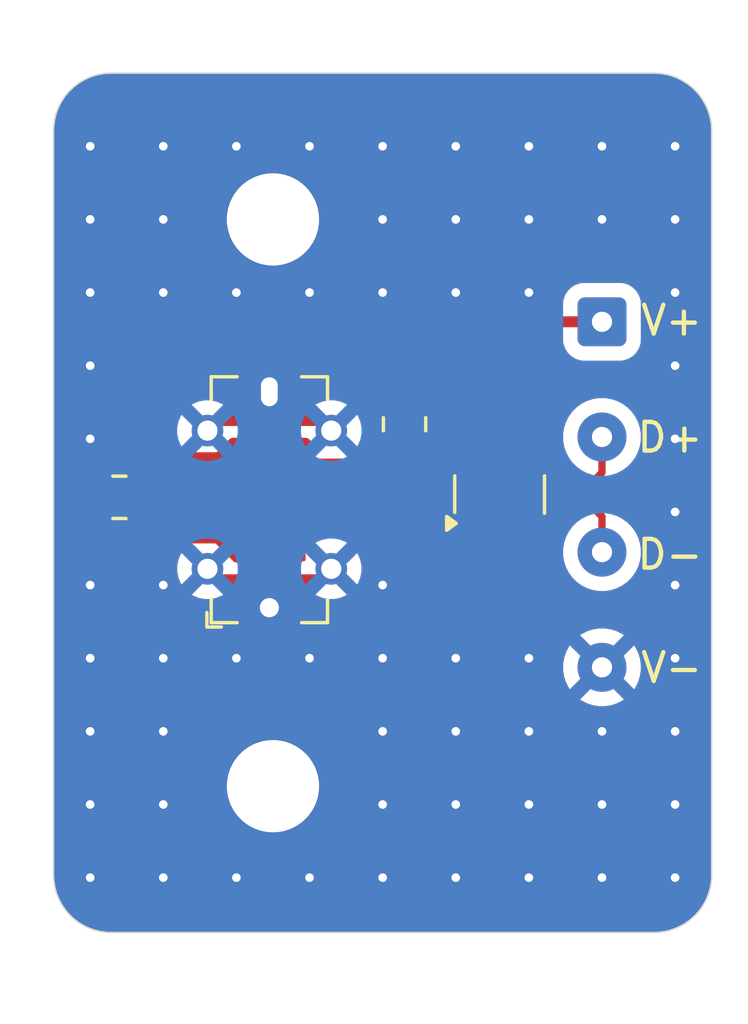
<source format=kicad_pcb>
(kicad_pcb (version 20241229) (generator "pcbnew") (generator_version "9.0")
  (layers (0 "F.Cu" signal) (2 "B.Cu" mixed) (13 "F.Paste" user) (15 "B.Paste" user) (5 "F.SilkS" user "F.Silkscreen") (1 "F.Mask" user) (3 "B.Mask" user) (25 "Edge.Cuts" user))
  (net 0 "")
  (net 1 "GND")
  (net 2 "VCC")
  (net 3 "/D+")
  (net 4 "Net-(J1-CC1)")
  (net 7 "Net-(J1-CC2)")
  (net 8 "/D-")
  (footprint "Package_TO_SOT_SMD:SOT-143_Handsoldering" (layer "F.Cu") (at 125.984 88.296 90)
    (property "Reference" "D1" (hide yes))
    (property "Value" "H5VUT1B")
    (fp_line (start 0.65 -1.56) (end -0.62 -1.56) (stroke (width 0.12)) (layer "F.SilkS"))
    (fp_line (start -0.65 1.56) (end 0.65 1.56) (stroke (width 0.12)) (layer "F.SilkS"))
    (fp_poly (pts (xy -1 -1.51) (xy -1.24 -1.84) (xy -0.76 -1.84) (xy -1 -1.51)) (stroke (width 0.12)) (fill yes) (layer "F.SilkS"))
    (pad "1" smd roundrect (at -1.5 -0.75 90) (size 1.7 1) (layers "F.Cu" "F.Mask" "F.Paste") (net 1 "GND"))
    (pad "2" smd roundrect (at -1.5 0.95 90) (size 1.7 0.6) (layers "F.Cu" "F.Mask" "F.Paste") (net 8 "/D-"))
    (pad "3" smd roundrect (at 1.5 0.95 90) (size 1.7 0.6) (layers "F.Cu" "F.Mask" "F.Paste") (net 3 "/D+"))
    (pad "4" smd roundrect (at 1.5 -0.95 90) (size 1.7 0.6) (layers "F.Cu" "F.Mask" "F.Paste") (net 2 "VCC"))
  )
  (footprint "Connector_Wire:SolderWire-0.15sqmm_1x04_P4mm_D0.5mm_OD1.5mm" (layer "F.Cu") (at 129.54 82.296 -90)
    (property "Reference" "J2" (hide yes))
    (property "Value" "Conn_01x04")
    (pad "1" thru_hole roundrect (at 0 0 270) (size 1.7 1.7) (drill 0.7) (layers "*.Cu" "*.Mask") (roundrect_rratio 0.147059) (net 2 "VCC"))
    (pad "2" thru_hole circle (at 4 0 270) (size 1.7 1.7) (drill 0.7) (layers "*.Cu" "*.Mask") (net 3 "/D+"))
    (pad "3" thru_hole circle (at 8 0 270) (size 1.7 1.7) (drill 0.7) (layers "*.Cu" "*.Mask") (net 8 "/D-"))
    (pad "4" thru_hole circle (at 12 0 270) (size 1.7 1.7) (drill 0.7) (layers "*.Cu" "*.Mask") (net 1 "GND"))
  )
  (footprint "Resistor_SMD:R_0805_2012Metric_Pad1.20x1.40mm_HandSolder" (layer "F.Cu") (at 112.776 88.392 180)
    (property "Reference" "R1" (hide yes))
    (property "Value" "5.1k")
    (fp_line (start -0.227064 0.735) (end 0.227064 0.735) (stroke (width 0.12)) (layer "F.SilkS"))
    (fp_line (start -0.227064 -0.735) (end 0.227064 -0.735) (stroke (width 0.12)) (layer "F.SilkS"))
    (pad "1" smd roundrect (at -1 0 180) (size 1.2 1.4) (layers "F.Cu" "F.Mask" "F.Paste") (roundrect_rratio 0.208333) (net 4 "Net-(J1-CC1)"))
    (pad "2" smd roundrect (at 1 0 180) (size 1.2 1.4) (layers "F.Cu" "F.Mask" "F.Paste") (roundrect_rratio 0.208333) (net 1 "GND"))
  )
  (footprint "MountingHole:MountingHole_3.2mm_M3" (layer "F.Cu") (at 118.11 78.74)
    (property "Reference" "REF**" (hide yes))
    (property "Value" "MountingHole_3.2mm_M3")
    (pad "" np_thru_hole circle (at 0 0) (size 3.2 3.2) (drill 3.2) (layers "*.Cu" "*.Mask"))
  )
  (footprint "Connector_USB:USB_C_Receptacle_G-Switch_GT-USB-7051x" (layer "F.Cu") (at 117.985 88.475 90)
    (property "Reference" "J1" (hide yes))
    (property "Value" "USB_C_Receptacle_USB2.0_16P")
    (fp_line (start -4.42 -2.17) (end -3.92 -2.17) (stroke (width 0.12)) (layer "F.SilkS"))
    (fp_line (start -4.42 -2.17) (end -4.42 -1.67) (stroke (width 0.12)) (layer "F.SilkS"))
    (fp_line (start 4.27 -2.02) (end 3.47 -2.02) (stroke (width 0.12)) (layer "F.SilkS"))
    (fp_line (start 4.27 -2.02) (end 4.27 -1.12) (stroke (width 0.12)) (layer "F.SilkS"))
    (fp_line (start -4.27 -2.02) (end -3.47 -2.02) (stroke (width 0.12)) (layer "F.SilkS"))
    (fp_line (start -4.27 -2.02) (end -4.27 -1.12) (stroke (width 0.12)) (layer "F.SilkS"))
    (fp_line (start 4.27 2.02) (end 4.27 1.12) (stroke (width 0.12)) (layer "F.SilkS"))
    (fp_line (start 4.27 2.02) (end 3.47 2.02) (stroke (width 0.12)) (layer "F.SilkS"))
    (fp_line (start -4.27 2.02) (end -4.27 1.12) (stroke (width 0.12)) (layer "F.SilkS"))
    (fp_line (start -4.27 2.02) (end -3.47 2.02) (stroke (width 0.12)) (layer "F.SilkS"))
    (pad "" np_thru_hole circle (at -3.75 0 90) (size 0.66 0.66) (drill 0.66) (layers "*.Cu" "*.Mask"))
    (pad "" np_thru_hole oval (at 3.75 0 90) (size 1 0.58) (drill oval 1 0.58) (layers "*.Cu" "*.Mask"))
    (pad "A1" smd roundrect (at -2.78 -0.76 90) (size 0.3 1) (layers "F.Cu" "F.Mask" "F.Paste") (net 1 "GND"))
    (pad "A4" smd roundrect (at -1.99 -0.76 90) (size 0.3 1) (layers "F.Cu" "F.Mask" "F.Paste") (net 2 "VCC"))
    (pad "A5" smd roundrect (at -1.2 -0.76 90) (size 0.3 1) (layers "F.Cu" "F.Mask" "F.Paste") (net 4 "Net-(J1-CC1)"))
    (pad "A6" smd roundrect (at -0.41 -0.76 90) (size 0.3 1) (layers "F.Cu" "F.Mask" "F.Paste") (net 3 "/D+"))
    (pad "A7" smd roundrect (at 0.38 -0.76 90) (size 0.3 1) (layers "F.Cu" "F.Mask" "F.Paste") (net 8 "/D-"))
    (pad "A8" smd roundrect (at 1.17 -0.76 90) (size 0.3 1) (layers "F.Cu" "F.Mask" "F.Paste"))
    (pad "A9" smd roundrect (at 1.96 -0.76 90) (size 0.3 1) (layers "F.Cu" "F.Mask" "F.Paste") (net 2 "VCC"))
    (pad "A12" smd roundrect (at 2.75 -0.76 90) (size 0.3 1) (layers "F.Cu" "F.Mask" "F.Paste") (net 1 "GND"))
    (pad "B1" smd roundrect (at 2.75 0.76 90) (size 0.3 1) (layers "F.Cu" "F.Mask" "F.Paste") (net 1 "GND"))
    (pad "B4" smd roundrect (at 1.96 0.76 90) (size 0.3 1) (layers "F.Cu" "F.Mask" "F.Paste") (net 2 "VCC"))
    (pad "B5" smd roundrect (at 1.17 0.76 90) (size 0.3 1) (layers "F.Cu" "F.Mask" "F.Paste") (net 7 "Net-(J1-CC2)"))
    (pad "B6" smd roundrect (at 0.38 0.76 90) (size 0.3 1) (layers "F.Cu" "F.Mask" "F.Paste") (net 3 "/D+"))
    (pad "B7" smd roundrect (at -0.41 0.76 90) (size 0.3 1) (layers "F.Cu" "F.Mask" "F.Paste") (net 8 "/D-"))
    (pad "B8" smd roundrect (at -1.2 0.76 90) (size 0.3 1) (layers "F.Cu" "F.Mask" "F.Paste"))
    (pad "B9" smd roundrect (at -1.99 0.76 90) (size 0.3 1) (layers "F.Cu" "F.Mask" "F.Paste") (net 2 "VCC"))
    (pad "B12" smd roundrect (at -2.78 0.76 90) (size 0.3 1) (layers "F.Cu" "F.Mask" "F.Paste") (net 1 "GND"))
    (pad "S1" thru_hole circle (at -2.4 -2.15 90) (size 1.1 1.1) (drill 0.7) (property pad_prop_heatsink) (layers "*.Cu" "*.Mask" "F.Paste") (net 1 "GND"))
    (pad "S1" thru_hole circle (at -2.4 2.15 90) (size 1.1 1.1) (drill 0.7) (property pad_prop_heatsink) (layers "*.Cu" "*.Mask" "F.Paste") (net 1 "GND"))
    (pad "S1" thru_hole circle (at 2.4 -2.15 90) (size 1.1 1.1) (drill 0.7) (property pad_prop_heatsink) (layers "*.Cu" "*.Mask" "F.Paste") (net 1 "GND"))
    (pad "S1" thru_hole circle (at 2.4 2.15 90) (size 1.1 1.1) (drill 0.7) (property pad_prop_heatsink) (layers "*.Cu" "*.Mask" "F.Paste") (net 1 "GND"))
    (zone (net 0) (net_name "") (layer "F.Cu") (name "peg") (connect_pads (clearance 0)) (min_thickness 0.254)
      (keepout (tracks not_allowed) (vias not_allowed) (pads not_allowed) (copperpour not_allowed) (footprints not_allowed))
      (fill (thermal_gap 0.508) (thermal_bridge_width 0.508))
      (polygon (pts (xy 116.185 87.675) (xy 116.185 89.275) (xy 115.485 89.275) (xy 115.485 87.675)))
    )
    (zone (net 0) (net_name "") (layer "F.Cu") (name "peg") (connect_pads (clearance 0)) (min_thickness 0.254)
      (keepout (tracks not_allowed) (vias not_allowed) (pads not_allowed) (copperpour not_allowed) (footprints not_allowed))
      (fill (thermal_gap 0.508) (thermal_bridge_width 0.508))
      (polygon (pts (xy 120.485 87.675) (xy 120.485 89.275) (xy 119.785 89.275) (xy 119.785 87.675)))
    )
  )
  (footprint "MountingHole:MountingHole_3.2mm_M3" (layer "F.Cu") (at 118.11 98.425)
    (property "Reference" "REF**" (hide yes))
    (property "Value" "MountingHole_3.2mm_M3")
    (pad "" np_thru_hole circle (at 0 0) (size 3.2 3.2) (drill 3.2) (layers "*.Cu" "*.Mask"))
  )
  (footprint "Resistor_SMD:R_0805_2012Metric_Pad1.20x1.40mm_HandSolder" (layer "F.Cu") (at 122.682 85.852 90)
    (property "Reference" "R2" (hide yes))
    (property "Value" "5.1k")
    (fp_line (start -0.227064 -0.735) (end 0.227064 -0.735) (stroke (width 0.12)) (layer "F.SilkS"))
    (fp_line (start -0.227064 0.735) (end 0.227064 0.735) (stroke (width 0.12)) (layer "F.SilkS"))
    (pad "1" smd roundrect (at -1 0 90) (size 1.2 1.4) (layers "F.Cu" "F.Mask" "F.Paste") (roundrect_rratio 0.208333) (net 7 "Net-(J1-CC2)"))
    (pad "2" smd roundrect (at 1 0 90) (size 1.2 1.4) (layers "F.Cu" "F.Mask" "F.Paste") (roundrect_rratio 0.208333) (net 1 "GND"))
  )
  (gr_line (start 112.49 73.66) (end 131.35 73.66) (stroke (width 0.05)) (layer "Edge.Cuts"))
  (gr_arc (start 110.49 75.66) (mid 111.075786 74.245786) (end 112.49 73.66) (stroke (width 0.05)) (layer "Edge.Cuts"))
  (gr_line (start 131.35 103.505) (end 112.49 103.505) (stroke (width 0.05)) (layer "Edge.Cuts"))
  (gr_line (start 133.35 75.66) (end 133.35 101.505) (stroke (width 0.05)) (layer "Edge.Cuts"))
  (gr_arc (start 131.35 73.66) (mid 132.764214 74.245786) (end 133.35 75.66) (stroke (width 0.05)) (layer "Edge.Cuts"))
  (gr_arc (start 112.49 103.505) (mid 111.075786 102.919214) (end 110.49 101.505) (stroke (width 0.05)) (layer "Edge.Cuts"))
  (gr_line (start 110.49 101.505) (end 110.49 75.66) (stroke (width 0.05)) (layer "Edge.Cuts"))
  (gr_arc (start 133.35 101.505) (mid 132.764214 102.919214) (end 131.35 103.505) (stroke (width 0.05)) (layer "Edge.Cuts"))
  (gr_text "D+" (at 130.683 86.899 0) (layer "F.SilkS") (effects (font (size 1 1)) (justify left bottom)))
  (gr_text "V+" (at 130.81 82.835 0) (layer "F.SilkS") (effects (font (size 1 1)) (justify left bottom)))
  (gr_text "D-" (at 130.683 90.963 0) (layer "F.SilkS") (effects (font (size 1 1)) (justify left bottom)))
  (gr_text "V-" (at 130.81 94.9 0) (layer "F.SilkS") (effects (font (size 1 1)) (justify left bottom)))
  (segment (start 117.225 91.255) (end 118.745 91.255) (width 0.381) (layer "F.Cu") (net 1))
  (segment (start 119.755 91.255) (end 120.135 90.875) (width 0.381) (layer "F.Cu") (net 1))
  (segment (start 118.745 91.255) (end 119.755 91.255) (width 0.381) (layer "F.Cu") (net 1))
  (segment (start 118.745 85.725) (end 119.785 85.725) (width 0.381) (layer "F.Cu") (net 1))
  (segment (start 119.785 85.725) (end 120.135 86.075) (width 0.381) (layer "F.Cu") (net 1))
  (segment (start 117.225 91.255) (end 116.215 91.255) (width 0.381) (layer "F.Cu") (net 1))
  (segment (start 116.215 91.255) (end 115.835 90.875) (width 0.381) (layer "F.Cu") (net 1))
  (segment (start 115.835 86.075) (end 116.185 85.725) (width 0.381) (layer "F.Cu") (net 1))
  (segment (start 116.185 85.725) (end 117.225 85.725) (width 0.381) (layer "F.Cu") (net 1))
  (via (at 129.54 101.6) (size 0.6) (drill 0.3) (layers "F.Cu" "B.Cu") (net 1))
  (via (at 129.54 96.52) (size 0.6) (drill 0.3) (layers "F.Cu" "B.Cu") (net 1))
  (via (at 121.92 101.6) (size 0.6) (drill 0.3) (layers "F.Cu" "B.Cu") (net 1))
  (via (at 114.3 78.74) (size 0.6) (drill 0.3) (layers "F.Cu" "B.Cu") (net 1))
  (via (at 111.76 91.44) (size 0.6) (drill 0.3) (layers "F.Cu" "B.Cu") (net 1))
  (via (at 119.38 81.28) (size 0.6) (drill 0.3) (layers "F.Cu" "B.Cu") (net 1))
  (via (at 124.46 96.52) (size 0.6) (drill 0.3) (layers "F.Cu" "B.Cu") (net 1))
  (via (at 132.08 78.74) (size 0.6) (drill 0.3) (layers "F.Cu" "B.Cu") (net 1))
  (via (at 127 99.06) (size 0.6) (drill 0.3) (layers "F.Cu" "B.Cu") (net 1))
  (via (at 124.46 81.28) (size 0.6) (drill 0.3) (layers "F.Cu" "B.Cu") (net 1))
  (via (at 127 76.2) (size 0.6) (drill 0.3) (layers "F.Cu" "B.Cu") (net 1))
  (via (at 132.08 76.2) (size 0.6) (drill 0.3) (layers "F.Cu" "B.Cu") (net 1))
  (via (at 132.08 96.52) (size 0.6) (drill 0.3) (layers "F.Cu" "B.Cu") (net 1))
  (via (at 121.92 91.44) (size 0.6) (drill 0.3) (layers "F.Cu" "B.Cu") (net 1))
  (via (at 111.76 96.52) (size 0.6) (drill 0.3) (layers "F.Cu" "B.Cu") (net 1))
  (via (at 132.08 81.28) (size 0.6) (drill 0.3) (layers "F.Cu" "B.Cu") (net 1))
  (via (at 132.08 93.98) (size 0.6) (drill 0.3) (layers "F.Cu" "B.Cu") (net 1))
  (via (at 114.3 81.28) (size 0.6) (drill 0.3) (layers "F.Cu" "B.Cu") (net 1))
  (via (at 116.84 101.6) (size 0.6) (drill 0.3) (layers "F.Cu" "B.Cu") (net 1))
  (via (at 127 93.98) (size 0.6) (drill 0.3) (layers "F.Cu" "B.Cu") (net 1))
  (via (at 132.08 101.6) (size 0.6) (drill 0.3) (layers "F.Cu" "B.Cu") (net 1))
  (via (at 124.46 99.06) (size 0.6) (drill 0.3) (layers "F.Cu" "B.Cu") (net 1))
  (via (at 116.84 81.28) (size 0.6) (drill 0.3) (layers "F.Cu" "B.Cu") (net 1))
  (via (at 124.46 93.98) (size 0.6) (drill 0.3) (layers "F.Cu" "B.Cu") (net 1))
  (via (at 119.38 93.98) (size 0.6) (drill 0.3) (layers "F.Cu" "B.Cu") (net 1))
  (via (at 127 101.6) (size 0.6) (drill 0.3) (layers "F.Cu" "B.Cu") (net 1))
  (via (at 124.46 101.6) (size 0.6) (drill 0.3) (layers "F.Cu" "B.Cu") (net 1))
  (via (at 129.54 76.2) (size 0.6) (drill 0.3) (layers "F.Cu" "B.Cu") (net 1))
  (via (at 121.92 81.28) (size 0.6) (drill 0.3) (layers "F.Cu" "B.Cu") (net 1))
  (via (at 111.76 81.28) (size 0.6) (drill 0.3) (layers "F.Cu" "B.Cu") (net 1))
  (via (at 111.76 101.6) (size 0.6) (drill 0.3) (layers "F.Cu" "B.Cu") (net 1))
  (via (at 114.3 101.6) (size 0.6) (drill 0.3) (layers "F.Cu" "B.Cu") (net 1))
  (via (at 132.08 83.82) (size 0.6) (drill 0.3) (layers "F.Cu" "B.Cu") (net 1))
  (via (at 111.76 78.74) (size 0.6) (drill 0.3) (layers "F.Cu" "B.Cu") (net 1))
  (via (at 111.76 93.98) (size 0.6) (drill 0.3) (layers "F.Cu" "B.Cu") (net 1))
  (via (at 129.54 78.74) (size 0.6) (drill 0.3) (layers "F.Cu" "B.Cu") (net 1))
  (via (at 114.3 96.52) (size 0.6) (drill 0.3) (layers "F.Cu" "B.Cu") (net 1))
  (via (at 111.76 99.06) (size 0.6) (drill 0.3) (layers "F.Cu" "B.Cu") (net 1))
  (via (at 114.3 76.2) (size 0.6) (drill 0.3) (layers "F.Cu" "B.Cu") (net 1))
  (via (at 124.46 76.2) (size 0.6) (drill 0.3) (layers "F.Cu" "B.Cu") (net 1))
  (via (at 132.08 88.9) (size 0.6) (drill 0.3) (layers "F.Cu" "B.Cu") (net 1))
  (via (at 132.08 86.36) (size 0.6) (drill 0.3) (layers "F.Cu" "B.Cu") (net 1))
  (via (at 121.92 99.06) (size 0.6) (drill 0.3) (layers "F.Cu" "B.Cu") (net 1))
  (via (at 116.84 93.98) (size 0.6) (drill 0.3) (layers "F.Cu" "B.Cu") (net 1))
  (via (at 116.84 76.2) (size 0.6) (drill 0.3) (layers "F.Cu" "B.Cu") (net 1))
  (via (at 132.08 99.06) (size 0.6) (drill 0.3) (layers "F.Cu" "B.Cu") (net 1))
  (via (at 127 81.28) (size 0.6) (drill 0.3) (layers "F.Cu" "B.Cu") (net 1))
  (via (at 121.92 78.74) (size 0.6) (drill 0.3) (layers "F.Cu" "B.Cu") (net 1))
  (via (at 121.92 93.98) (size 0.6) (drill 0.3) (layers "F.Cu" "B.Cu") (net 1))
  (via (at 119.38 101.6) (size 0.6) (drill 0.3) (layers "F.Cu" "B.Cu") (net 1))
  (via (at 111.76 83.82) (size 0.6) (drill 0.3) (layers "F.Cu" "B.Cu") (net 1))
  (via (at 127 78.74) (size 0.6) (drill 0.3) (layers "F.Cu" "B.Cu") (net 1))
  (via (at 114.3 99.06) (size 0.6) (drill 0.3) (layers "F.Cu" "B.Cu") (net 1))
  (via (at 124.46 78.74) (size 0.6) (drill 0.3) (layers "F.Cu" "B.Cu") (net 1))
  (via (at 129.54 99.06) (size 0.6) (drill 0.3) (layers "F.Cu" "B.Cu") (net 1))
  (via (at 132.08 91.44) (size 0.6) (drill 0.3) (layers "F.Cu" "B.Cu") (net 1))
  (via (at 127 96.52) (size 0.6) (drill 0.3) (layers "F.Cu" "B.Cu") (net 1))
  (via (at 114.3 93.98) (size 0.6) (drill 0.3) (layers "F.Cu" "B.Cu") (net 1))
  (via (at 121.92 76.2) (size 0.6) (drill 0.3) (layers "F.Cu" "B.Cu") (net 1))
  (via (at 121.92 96.52) (size 0.6) (drill 0.3) (layers "F.Cu" "B.Cu") (net 1))
  (via (at 111.76 86.36) (size 0.6) (drill 0.3) (layers "F.Cu" "B.Cu") (net 1))
  (via (at 114.3 91.44) (size 0.6) (drill 0.3) (layers "F.Cu" "B.Cu") (net 1))
  (via (at 111.76 76.2) (size 0.6) (drill 0.3) (layers "F.Cu" "B.Cu") (net 1))
  (via (at 119.38 76.2) (size 0.6) (drill 0.3) (layers "F.Cu" "B.Cu") (net 1))
  (segment (start 116.853192 90.465) (end 116.190892 89.8027) (width 0.381) (layer "F.Cu") (net 2))
  (segment (start 121.92 85.852) (end 119.8015 83.7335) (width 0.381) (layer "F.Cu") (net 2))
  (segment (start 113.437356 87.0165) (end 116.224983 87.0165) (width 0.381) (layer "F.Cu") (net 2))
  (segment (start 124.09 85.852) (end 121.92 85.852) (width 0.381) (layer "F.Cu") (net 2))
  (segment (start 118.745 86.515) (end 119.243517 86.515) (width 0.381) (layer "F.Cu") (net 2))
  (segment (start 118.745 90.465) (end 117.225 90.465) (width 0.381) (layer "F.Cu") (net 2))
  (segment (start 113.472556 89.8027) (end 112.7845 89.114644) (width 0.381) (layer "F.Cu") (net 2))
  (segment (start 119.8015 83.7335) (end 116.1645 83.7335) (width 0.381) (layer "F.Cu") (net 2))
  (segment (start 116.726483 86.515) (end 117.225 86.515) (width 0.381) (layer "F.Cu") (net 2))
  (segment (start 125.034 86.796) (end 124.09 85.852) (width 0.381) (layer "F.Cu") (net 2))
  (segment (start 117.225 90.465) (end 116.853192 90.465) (width 0.381) (layer "F.Cu") (net 2))
  (segment (start 116.224983 87.0165) (end 116.726483 86.515) (width 0.381) (layer "F.Cu") (net 2))
  (segment (start 129.54 82.296) (end 127.666 82.296) (width 0.381) (layer "F.Cu") (net 2))
  (segment (start 112.7845 87.669356) (end 113.437356 87.0165) (width 0.381) (layer "F.Cu") (net 2))
  (segment (start 112.7845 89.114644) (end 112.7845 87.669356) (width 0.381) (layer "F.Cu") (net 2))
  (segment (start 125.034 84.928) (end 125.034 86.796) (width 0.381) (layer "F.Cu") (net 2))
  (segment (start 116.1645 83.7335) (end 113.437356 86.460644) (width 0.381) (layer "F.Cu") (net 2))
  (segment (start 117.225 86.515) (end 118.745 86.515) (width 0.381) (layer "F.Cu") (net 2))
  (segment (start 116.190892 89.8027) (end 113.472556 89.8027) (width 0.381) (layer "F.Cu") (net 2))
  (segment (start 124.9225 86.9075) (end 125.034 86.796) (width 0.381) (layer "F.Cu") (net 2))
  (segment (start 113.437356 86.460644) (end 113.437356 87.0165) (width 0.381) (layer "F.Cu") (net 2))
  (segment (start 127.666 82.296) (end 125.034 84.928) (width 0.381) (layer "F.Cu") (net 2))
  (segment (start 125.688 88.042) (end 121.189 88.042) (width 0.254) (layer "F.Cu") (net 3))
  (segment (start 117.651258 88.885) (end 117.225 88.885) (width 0.254) (layer "F.Cu") (net 3))
  (segment (start 120.663 87.516) (end 119.634 87.516) (width 0.254) (layer "F.Cu") (net 3))
  (segment (start 128.18 88.042) (end 129.032 88.042) (width 0.254) (layer "F.Cu") (net 3))
  (segment (start 118.441258 88.095) (end 117.651258 88.885) (width 0.254) (layer "F.Cu") (net 3))
  (segment (start 129.54 87.534) (end 129.54 86.296) (width 0.254) (layer "F.Cu") (net 3))
  (segment (start 119.634 87.516) (end 119.055 88.095) (width 0.254) (layer "F.Cu") (net 3))
  (segment (start 121.189 88.042) (end 120.663 87.516) (width 0.254) (layer "F.Cu") (net 3))
  (segment (start 129.032 88.042) (end 129.54 87.534) (width 0.254) (layer "F.Cu") (net 3))
  (segment (start 126.934 86.796) (end 125.688 88.042) (width 0.254) (layer "F.Cu") (net 3))
  (segment (start 118.745 88.095) (end 118.441258 88.095) (width 0.254) (layer "F.Cu") (net 3))
  (segment (start 119.055 88.095) (end 118.745 88.095) (width 0.254) (layer "F.Cu") (net 3))
  (segment (start 126.934 86.796) (end 128.18 88.042) (width 0.254) (layer "F.Cu") (net 3))
  (segment (start 116.354382 89.408) (end 114.792 89.408) (width 0.1524) (layer "F.Cu") (net 4))
  (segment (start 114.792 89.408) (end 113.776 88.392) (width 0.1524) (layer "F.Cu") (net 4))
  (segment (start 116.621382 89.675) (end 116.354382 89.408) (width 0.1524) (layer "F.Cu") (net 4))
  (segment (start 117.225 89.675) (end 116.621382 89.675) (width 0.1524) (layer "F.Cu") (net 4))
  (segment (start 118.928 87.122) (end 122.682 87.122) (width 0.1524) (layer "F.Cu") (net 7))
  (segment (start 118.745 87.305) (end 118.928 87.122) (width 0.1524) (layer "F.Cu") (net 7))
  (segment (start 125.688 88.55) (end 121.394 88.55) (width 0.254) (layer "F.Cu") (net 8))
  (segment (start 120.541 89.403) (end 119.545008 89.403) (width 0.254) (layer "F.Cu") (net 8))
  (segment (start 129.54 89.058) (end 129.54 90.296) (width 0.254) (layer "F.Cu") (net 8))
  (segment (start 126.934 89.796) (end 128.18 88.55) (width 0.254) (layer "F.Cu") (net 8))
  (segment (start 116.4844 88.335601) (end 116.4844 89.0778) (width 0.1524) (layer "F.Cu") (net 8))
  (segment (start 119.545008 89.403) (end 119.027008 88.885) (width 0.254) (layer "F.Cu") (net 8))
  (segment (start 117.225 88.095) (end 116.725001 88.095) (width 0.1524) (layer "F.Cu") (net 8))
  (segment (start 118.349 89.281) (end 118.745 88.885) (width 0.1524) (layer "F.Cu") (net 8))
  (segment (start 119.027008 88.885) (end 118.745 88.885) (width 0.254) (layer "F.Cu") (net 8))
  (segment (start 121.394 88.55) (end 120.541 89.403) (width 0.254) (layer "F.Cu") (net 8))
  (segment (start 128.18 88.55) (end 129.032 88.55) (width 0.254) (layer "F.Cu") (net 8))
  (segment (start 116.6876 89.281) (end 118.349 89.281) (width 0.1524) (layer "F.Cu") (net 8))
  (segment (start 126.934 89.796) (end 125.688 88.55) (width 0.254) (layer "F.Cu") (net 8))
  (segment (start 116.4844 89.0778) (end 116.6876 89.281) (width 0.1524) (layer "F.Cu") (net 8))
  (segment (start 129.032 88.55) (end 129.54 89.058) (width 0.254) (layer "F.Cu") (net 8))
  (segment (start 116.725001 88.095) (end 116.4844 88.335601) (width 0.1524) (layer "F.Cu") (net 8))
  (zone (net 1) (net_name "GND") (layers "F.Cu" "B.Cu") (connect_pads (clearance 0.5)) (min_thickness 0.25) (fill yes (thermal_gap 0.5) (thermal_bridge_width 0.5))
    (polygon (pts (xy 134.62 71.12) (xy 109.22 71.12) (xy 109.22 106.68) (xy 134.62 106.68)))
  )
)
</source>
